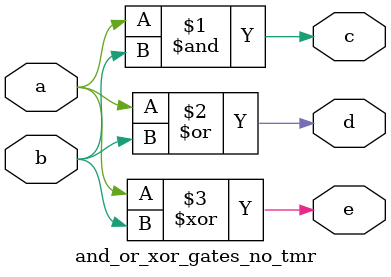
<source format=v>
module and_or_xor_gates_tmr (output c, d, e, input a, b);
  and and_inst(c, a, b);
  or  or_inst(d, a, b);
  xor xor_inst(e, a, b);
endmodule

module and_or_xor_gates_no_tmr (output c, d, e, input a, b);
  // tmrg default do_not_triplicate
  and and_inst(c, a, b);
  or  or_inst(d, a, b);
  xor xor_inst(e, a, b);
endmodule


</source>
